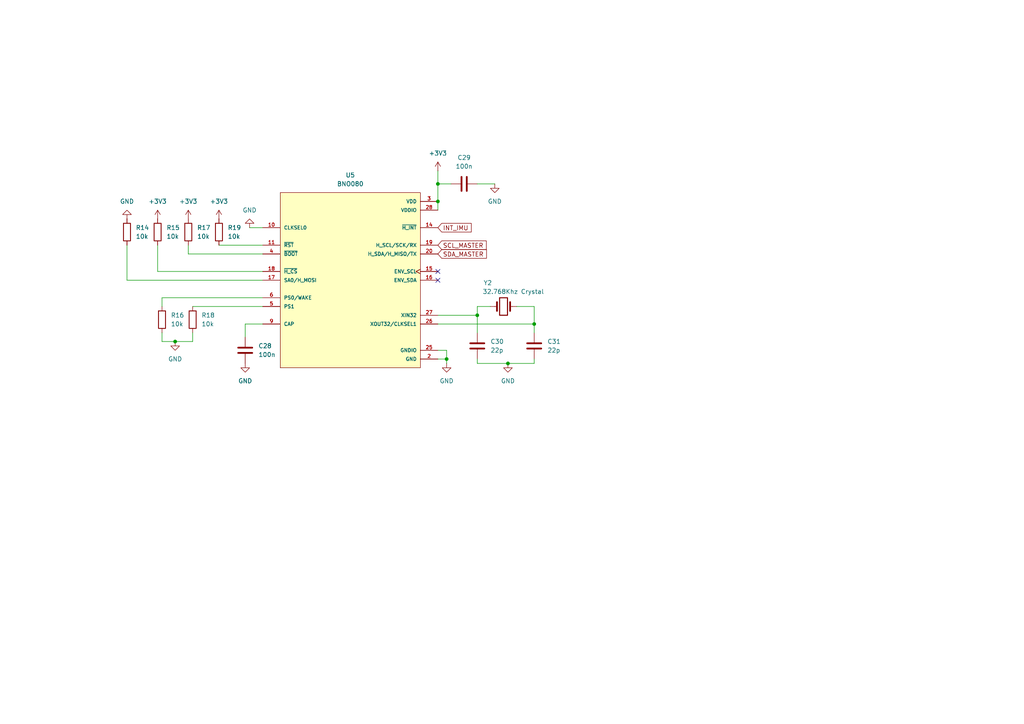
<source format=kicad_sch>
(kicad_sch (version 20231120) (generator "eeschema") (generator_version "8.0")
  (paper "A4")
  (lib_symbols
    (symbol "BNO080:BNO080" (pin_names (offset 1.016))
      (property "Reference" "U" (at -20.32 26.67 0))
      (property "Value" "BNO080" (at -20.32 -29.21 0))
      (symbol "BNO080_0_0"
        (rectangle (start -20.32 -25.4) (end 20.32 25.4) (stroke (width 0.1524)) (fill (type background)))
        (pin input line (at -25.4 15.24 0) (length 5.08) (name "CLKSEL0") (number "10"))
        (pin input line (at -25.4 10.16 0) (length 5.08) (name "~{RST}") (number "11"))
        (pin output line (at 25.4 15.24 180) (length 5.08) (name "~{H_INT}") (number "14"))
        (pin bidirectional clock (at 25.4 2.54 180) (length 5.08) (name "ENV_SCL") (number "15"))
        (pin bidirectional line (at 25.4 0 180) (length 5.08) (name "ENV_SDA") (number "16"))
        (pin input line (at -25.4 0 0) (length 5.08) (name "SA0/H_MOSI") (number "17"))
        (pin input line (at -25.4 2.54 0) (length 5.08) (name "~{H_CS}") (number "18"))
        (pin bidirectional line (at 25.4 10.16 180) (length 5.08) (name "H_SCL/SCK/RX") (number "19"))
        (pin power_in line (at 25.4 -22.86 180) (length 5.08) (name "GND") (number "2"))
        (pin bidirectional line (at 25.4 7.62 180) (length 5.08) (name "H_SDA/H_MISO/TX") (number "20"))
        (pin power_in line (at 25.4 -20.32 180) (length 5.08) (name "GNDIO") (number "25"))
        (pin output line (at 25.4 -12.7 180) (length 5.08) (name "XOUT32/CLKSEL1") (number "26"))
        (pin input line (at 25.4 -10.16 180) (length 5.08) (name "XIN32") (number "27"))
        (pin power_in line (at 25.4 20.32 180) (length 5.08) (name "VDDIO") (number "28"))
        (pin power_in line (at 25.4 22.86 180) (length 5.08) (name "VDD") (number "3"))
        (pin input line (at -25.4 7.62 0) (length 5.08) (name "~{BOOT}") (number "4"))
        (pin input line (at -25.4 -7.62 0) (length 5.08) (name "PS1") (number "5"))
        (pin input line (at -25.4 -5.08 0) (length 5.08) (name "PS0/WAKE") (number "6"))
        (pin passive line (at -25.4 -12.7 0) (length 5.08) (name "CAP") (number "9"))
      )
    )
    (symbol "Device:C" (pin_numbers hide) (pin_names (offset 0.254))
      (property "Reference" "C" (at 0.635 2.54 0))
      (property "Value" "C" (at 0.635 -2.54 0))
      (symbol "C_0_1"
        (polyline (pts (xy -2.032 -0.762) (xy 2.032 -0.762)) (stroke (width 0.508)))
        (polyline (pts (xy -2.032 0.762) (xy 2.032 0.762)) (stroke (width 0.508)))
      )
      (symbol "C_1_1"
        (pin passive line (at 0 3.81 270) (length 2.794) (name "~") (number "1"))
        (pin passive line (at 0 -3.81 90) (length 2.794) (name "~") (number "2"))
      )
    )
    (symbol "Device:Crystal" (pin_numbers hide) (pin_names (offset 1.016) hide)
      (property "Reference" "Y" (at 0 3.81 0))
      (property "Value" "Crystal" (at 0 -3.81 0))
      (symbol "Crystal_0_1"
        (rectangle (start -1.143 2.54) (end 1.143 -2.54) (stroke (width 0.3048)))
        (polyline (pts (xy -2.54 0) (xy -1.905 0)))
        (polyline (pts (xy -1.905 -1.27) (xy -1.905 1.27)) (stroke (width 0.508)))
        (polyline (pts (xy 1.905 -1.27) (xy 1.905 1.27)) (stroke (width 0.508)))
        (polyline (pts (xy 2.54 0) (xy 1.905 0)))
      )
      (symbol "Crystal_1_1"
        (pin passive line (at -3.81 0 0) (length 1.27) (name "1") (number "1"))
        (pin passive line (at 3.81 0 180) (length 1.27) (name "2") (number "2"))
      )
    )
    (symbol "Device:R" (pin_numbers hide) (pin_names (offset 0))
      (property "Reference" "R" (at 2.032 0 90))
      (property "Value" "R" (at 0 0 90))
      (symbol "R_0_1"
        (rectangle (start -1.016 -2.54) (end 1.016 2.54) (stroke (width 0.254)))
      )
      (symbol "R_1_1"
        (pin passive line (at 0 3.81 270) (length 1.27) (name "~") (number "1"))
        (pin passive line (at 0 -3.81 90) (length 1.27) (name "~") (number "2"))
      )
    )
    (symbol "power:+3V3" (power) (pin_numbers hide) (pin_names (offset 0) hide)
      (property "Value" "+3V3" (at 0 3.556 0))
      (symbol "+3V3_0_1"
        (polyline (pts (xy -0.762 1.27) (xy 0 2.54)))
        (polyline (pts (xy 0 0) (xy 0 2.54)))
        (polyline (pts (xy 0 2.54) (xy 0.762 1.27)))
      )
      (symbol "+3V3_1_1"
        (pin power_in line (at 0 0 90) (length 0) (name "~") (number "1"))
      )
    )
    (symbol "power:GND" (power) (pin_numbers hide) (pin_names (offset 0) hide)
      (property "Value" "GND" (at 0 -3.81 0))
      (symbol "GND_0_1"
        (polyline (pts (xy 0 0) (xy 0 -1.27) (xy 1.27 -1.27) (xy 0 -2.54) (xy -1.27 -1.27) (xy 0 -1.27)))
      )
      (symbol "GND_1_1"
        (pin power_in line (at 0 0 270) (length 0) (name "~") (number "1"))
      )
    )
  )
  (junction (at 154.94 93.98))
  (junction (at 129.54 104.14))
  (junction (at 147.32 105.41))
  (junction (at 50.8 99.06))
  (junction (at 138.43 91.44))
  (junction (at 127 58.42))
  (junction (at 127 53.34))
  (no_connect (at 127 78.74))
  (no_connect (at 127 81.28))
  (wire (pts (xy 46.99 96.52) (xy 46.99 99.06)))
  (wire (pts (xy 138.43 105.41) (xy 147.32 105.41)))
  (wire (pts (xy 154.94 88.9) (xy 154.94 93.98)))
  (wire (pts (xy 55.88 96.52) (xy 55.88 99.06)))
  (wire (pts (xy 76.2 93.98) (xy 71.12 93.98)))
  (wire (pts (xy 147.32 105.41) (xy 154.94 105.41)))
  (wire (pts (xy 127 53.34) (xy 130.81 53.34)))
  (wire (pts (xy 138.43 53.34) (xy 143.51 53.34)))
  (wire (pts (xy 138.43 104.14) (xy 138.43 105.41)))
  (wire (pts (xy 129.54 104.14) (xy 129.54 105.41)))
  (wire (pts (xy 127 49.53) (xy 127 53.34)))
  (wire (pts (xy 138.43 88.9) (xy 138.43 91.44)))
  (wire (pts (xy 45.72 71.12) (xy 45.72 78.74)))
  (wire (pts (xy 127 53.34) (xy 127 58.42)))
  (wire (pts (xy 55.88 88.9) (xy 76.2 88.9)))
  (wire (pts (xy 63.5 71.12) (xy 76.2 71.12)))
  (wire (pts (xy 138.43 88.9) (xy 142.24 88.9)))
  (wire (pts (xy 36.83 81.28) (xy 76.2 81.28)))
  (wire (pts (xy 71.12 93.98) (xy 71.12 97.79)))
  (wire (pts (xy 46.99 86.36) (xy 46.99 88.9)))
  (wire (pts (xy 127 101.6) (xy 129.54 101.6)))
  (wire (pts (xy 149.86 88.9) (xy 154.94 88.9)))
  (wire (pts (xy 46.99 99.06) (xy 50.8 99.06)))
  (wire (pts (xy 129.54 101.6) (xy 129.54 104.14)))
  (wire (pts (xy 54.61 71.12) (xy 54.61 73.66)))
  (wire (pts (xy 45.72 78.74) (xy 76.2 78.74)))
  (wire (pts (xy 154.94 105.41) (xy 154.94 104.14)))
  (wire (pts (xy 127 93.98) (xy 154.94 93.98)))
  (wire (pts (xy 36.83 71.12) (xy 36.83 81.28)))
  (wire (pts (xy 138.43 91.44) (xy 138.43 96.52)))
  (wire (pts (xy 127 104.14) (xy 129.54 104.14)))
  (wire (pts (xy 55.88 99.06) (xy 50.8 99.06)))
  (wire (pts (xy 154.94 93.98) (xy 154.94 96.52)))
  (wire (pts (xy 127 58.42) (xy 127 60.96)))
  (wire (pts (xy 127 91.44) (xy 138.43 91.44)))
  (wire (pts (xy 54.61 73.66) (xy 76.2 73.66)))
  (wire (pts (xy 76.2 86.36) (xy 46.99 86.36)))
  (wire (pts (xy 76.2 66.04) (xy 72.39 66.04)))
  (global_label "SCL_MASTER" (shape input) (at 127 71.12 0) (property "Intersheetrefs" "${INTERSHEET_REFS}" (effects (hide yes))))
  (global_label "SDA_MASTER" (shape input) (at 127 73.66 0) (property "Intersheetrefs" "${INTERSHEET_REFS}" (effects (hide yes))))
  (global_label "INT_IMU" (shape input) (at 127 66.04 0) (property "Intersheetrefs" "${INTERSHEET_REFS}" (effects (hide yes))))
  (symbol (lib_id "power:+3V3") (at 45.72 63.5 0) (unit 1)
    (property "Reference" "#PWR075" (effects (hide yes)))
    (property "Value" "+3V3" (at 45.72 58.42 0))
    (property "Description" "Power symbol creates a global label with name \"+3V3\"" (effects (hide yes)))
  )
  (symbol (lib_id "power:GND") (at 50.8 99.06 0) (unit 1)
    (property "Reference" "#PWR076" (effects (hide yes)))
    (property "Value" "GND" (at 50.8 104.14 0))
    (property "Description" "Power symbol creates a global label with name \"GND\" , ground" (effects (hide yes)))
  )
  (symbol (lib_id "power:+3V3") (at 127 49.53 0) (unit 1)
    (property "Reference" "#PWR081" (effects (hide yes)))
    (property "Value" "+3V3" (at 127 44.45 0))
    (property "Description" "Power symbol creates a global label with name \"+3V3\"" (effects (hide yes)))
  )
  (symbol (lib_id "Device:R") (at 36.83 67.31 0) (unit 1)
    (property "Reference" "R14" (at 39.37 66.0399 0) (effects (justify left)))
    (property "Value" "10k" (at 39.37 68.5799 0) (effects (justify left)))
    (property "Footprint" "Resistor_SMD:R_0603_1608Metric_Pad0.98x0.95mm_HandSolder" (effects (hide yes)))
    (property "Description" "Resistor" (effects (hide yes)))
  )
  (symbol (lib_id "Device:C") (at 71.12 101.6 180) (unit 1)
    (property "Reference" "C28" (at 74.93 100.3299 0) (effects (justify right)))
    (property "Value" "100n" (at 74.93 102.8699 0) (effects (justify right)))
    (property "Footprint" "Capacitor_SMD:C_0805_2012Metric" (effects (hide yes)))
    (property "Description" "Unpolarized capacitor" (effects (hide yes)))
  )
  (symbol (lib_id "Device:Crystal") (at 146.05 88.9 180) (unit 1)
    (property "Reference" "Y2" (at 140.208 82.042 0) (effects (justify right)))
    (property "Value" "32.768Khz Crystal" (at 139.954 84.582 0) (effects (justify right)))
    (property "Footprint" "Crystal:Crystal_SMD_Abracon_ABM3-2Pin_5.0x3.2mm" (effects (hide yes)))
    (property "Description" "Two pin crystal" (effects (hide yes)))
  )
  (symbol (lib_id "power:+3V3") (at 54.61 63.5 0) (unit 1)
    (property "Reference" "#PWR077" (effects (hide yes)))
    (property "Value" "+3V3" (at 54.61 58.42 0))
    (property "Description" "Power symbol creates a global label with name \"+3V3\"" (effects (hide yes)))
  )
  (symbol (lib_id "power:GND") (at 72.39 66.04 180) (unit 1)
    (property "Reference" "#PWR080" (effects (hide yes)))
    (property "Value" "GND" (at 72.39 60.96 0))
    (property "Description" "Power symbol creates a global label with name \"GND\" , ground" (effects (hide yes)))
  )
  (symbol (lib_id "power:+3V3") (at 63.5 63.5 0) (unit 1)
    (property "Reference" "#PWR078" (effects (hide yes)))
    (property "Value" "+3V3" (at 63.5 58.42 0))
    (property "Description" "Power symbol creates a global label with name \"+3V3\"" (effects (hide yes)))
  )
  (symbol (lib_id "Device:R") (at 54.61 67.31 0) (unit 1)
    (property "Reference" "R17" (at 57.15 66.0399 0) (effects (justify left)))
    (property "Value" "10k" (at 57.15 68.5799 0) (effects (justify left)))
    (property "Footprint" "Resistor_SMD:R_0603_1608Metric_Pad0.98x0.95mm_HandSolder" (effects (hide yes)))
    (property "Description" "Resistor" (effects (hide yes)))
  )
  (symbol (lib_id "power:GND") (at 143.51 53.34 0) (unit 1)
    (property "Reference" "#PWR083" (effects (hide yes)))
    (property "Value" "GND" (at 143.51 58.42 0))
    (property "Description" "Power symbol creates a global label with name \"GND\" , ground" (effects (hide yes)))
  )
  (symbol (lib_id "Device:R") (at 46.99 92.71 0) (unit 1)
    (property "Reference" "R16" (at 49.53 91.4399 0) (effects (justify left)))
    (property "Value" "10k" (at 49.53 93.9799 0) (effects (justify left)))
    (property "Footprint" "Resistor_SMD:R_0603_1608Metric_Pad0.98x0.95mm_HandSolder" (effects (hide yes)))
    (property "Description" "Resistor" (effects (hide yes)))
  )
  (symbol (lib_id "power:GND") (at 71.12 105.41 0) (unit 1)
    (property "Reference" "#PWR079" (effects (hide yes)))
    (property "Value" "GND" (at 71.12 110.49 0))
    (property "Description" "Power symbol creates a global label with name \"GND\" , ground" (effects (hide yes)))
  )
  (symbol (lib_id "Device:C") (at 154.94 100.33 180) (unit 1)
    (property "Reference" "C31" (at 158.75 99.0599 0) (effects (justify right)))
    (property "Value" "22p" (at 158.75 101.5999 0) (effects (justify right)))
    (property "Footprint" "Capacitor_SMD:C_0805_2012Metric" (effects (hide yes)))
    (property "Description" "Unpolarized capacitor" (effects (hide yes)))
  )
  (symbol (lib_id "Device:R") (at 45.72 67.31 0) (unit 1)
    (property "Reference" "R15" (at 48.26 66.0399 0) (effects (justify left)))
    (property "Value" "10k" (at 48.26 68.5799 0) (effects (justify left)))
    (property "Footprint" "Resistor_SMD:R_0603_1608Metric_Pad0.98x0.95mm_HandSolder" (effects (hide yes)))
    (property "Description" "Resistor" (effects (hide yes)))
  )
  (symbol (lib_id "BNO080:BNO080") (at 101.6 81.28 0) (unit 1)
    (property "Reference" "U5" (at 101.6 50.8 0))
    (property "Value" "BNO080" (at 101.6 53.34 0))
    (property "Footprint" "Package_LGA:LGA-28_5.2x3.8mm_P0.5mm" (effects (hide yes)))
    (property "MF" "Hillcrest Laboratories," (effects (hide yes)))
    (property "MAXIMUM_PACKAGE_HEIGHT" "1.180 mm" (effects (hide yes)))
    (property "Package" "TFLGA-28 Hillcrest Laboratories," (effects (hide yes)))
    (property "Price" "None" (effects (hide yes)))
    (property "Check_prices" "https://www.snapeda.com/parts/BNO080/Hillcrest+Laboratories%252C+Inc./view-part/?ref=eda" (effects (hide yes)))
    (property "STANDARD" "Manufacturer Recommendations" (effects (hide yes)))
    (property "PARTREV" "1.6" (effects (hide yes)))
    (property "SnapEDA_Link" "https://www.snapeda.com/parts/BNO080/Hillcrest+Laboratories%252C+Inc./view-part/?ref=snap" (effects (hide yes)))
    (property "MP" "BNO080" (effects (hide yes)))
    (property "Description_1" "\n                        \n                            Accelerometer, Gyroscope, Magnetometer, 9 Axis Sensor I²C, SPI, UART Output\n                        \n" (effects (hide yes)))
    (property "Availability" "Not in stock" (effects (hide yes)))
    (property "MANUFACTURER" "Hillcrest Laboratories, Inc." (effects (hide yes)))
  )
  (symbol (lib_id "power:GND") (at 36.83 63.5 180) (unit 1)
    (property "Reference" "#PWR074" (effects (hide yes)))
    (property "Value" "GND" (at 36.83 58.42 0))
    (property "Description" "Power symbol creates a global label with name \"GND\" , ground" (effects (hide yes)))
  )
  (symbol (lib_id "power:GND") (at 147.32 105.41 0) (unit 1)
    (property "Reference" "#PWR084" (effects (hide yes)))
    (property "Value" "GND" (at 147.32 110.49 0))
    (property "Description" "Power symbol creates a global label with name \"GND\" , ground" (effects (hide yes)))
  )
  (symbol (lib_id "Device:R") (at 55.88 92.71 0) (unit 1)
    (property "Reference" "R18" (at 58.42 91.4399 0) (effects (justify left)))
    (property "Value" "10k" (at 58.42 93.9799 0) (effects (justify left)))
    (property "Footprint" "Resistor_SMD:R_0603_1608Metric_Pad0.98x0.95mm_HandSolder" (effects (hide yes)))
    (property "Description" "Resistor" (effects (hide yes)))
  )
  (symbol (lib_id "power:GND") (at 129.54 105.41 0) (unit 1)
    (property "Reference" "#PWR082" (effects (hide yes)))
    (property "Value" "GND" (at 129.54 110.49 0))
    (property "Description" "Power symbol creates a global label with name \"GND\" , ground" (effects (hide yes)))
  )
  (symbol (lib_id "Device:C") (at 134.62 53.34 90) (unit 1)
    (property "Reference" "C29" (at 134.62 45.72 90))
    (property "Value" "100n" (at 134.62 48.26 90))
    (property "Footprint" "Capacitor_SMD:C_0805_2012Metric" (effects (hide yes)))
    (property "Description" "Unpolarized capacitor" (effects (hide yes)))
  )
  (symbol (lib_id "Device:C") (at 138.43 100.33 180) (unit 1)
    (property "Reference" "C30" (at 142.24 99.0599 0) (effects (justify right)))
    (property "Value" "22p" (at 142.24 101.5999 0) (effects (justify right)))
    (property "Footprint" "Capacitor_SMD:C_0805_2012Metric" (effects (hide yes)))
    (property "Description" "Unpolarized capacitor" (effects (hide yes)))
  )
  (symbol (lib_id "Device:R") (at 63.5 67.31 0) (unit 1)
    (property "Reference" "R19" (at 66.04 66.0399 0) (effects (justify left)))
    (property "Value" "10k" (at 66.04 68.5799 0) (effects (justify left)))
    (property "Footprint" "Resistor_SMD:R_0603_1608Metric_Pad0.98x0.95mm_HandSolder" (effects (hide yes)))
    (property "Description" "Resistor" (effects (hide yes)))
  )
)
</source>
